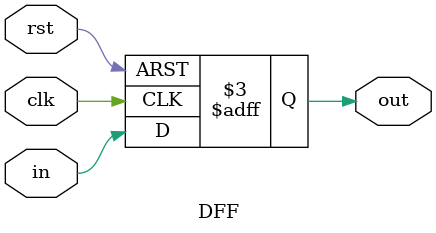
<source format=v>
`timescale 1ns / 1ps
module DFF(
	input in,
	input clk, 
	input rst,
	output reg out
    );

	always@(posedge clk or posedge rst) begin
		if(rst == 1) out <= 1'b0;
		else out <= in;
	end

endmodule

</source>
